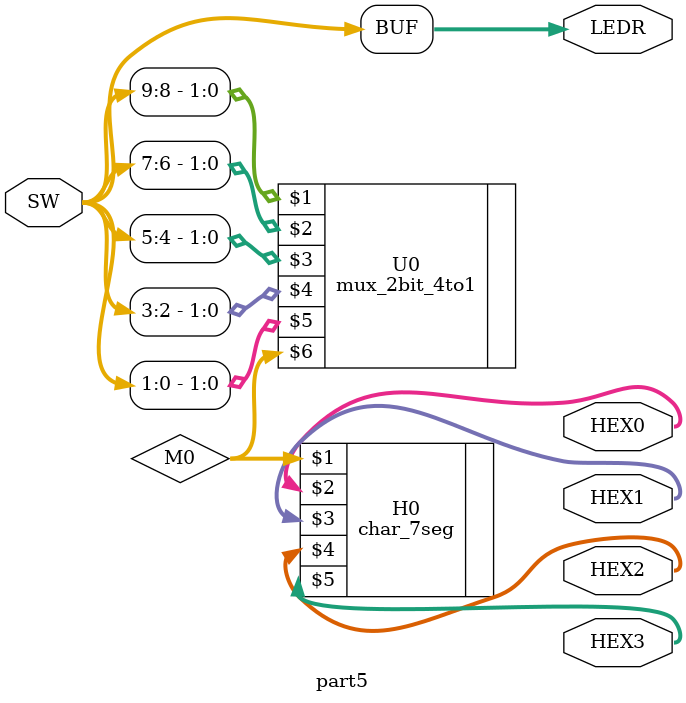
<source format=v>
module part5 (SW, LEDR, HEX0, HEX1, HEX2, HEX3);
input [9:0] SW; // slide switches
output [9:0] LEDR; // red lights
output [0:6] HEX0; // 7-seg display
output [0:6] HEX1; // 7-seg display
output [0:6] HEX2; // 7-seg display
output [0:6] HEX3; // 7-seg display

wire [1:0] M0;

assign LEDR = SW;

mux_2bit_4to1 U0 (SW[9:8], SW[7:6], SW[5:4], SW[3:2], SW[1:0], M0);
char_7seg H0 (M0, HEX0, HEX1, HEX2, HEX3);

endmodule

</source>
